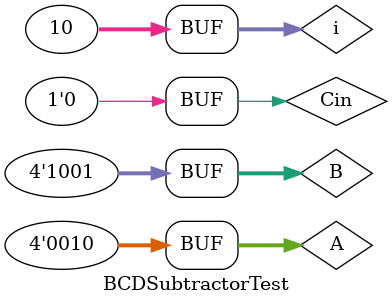
<source format=v>
`timescale 1ns / 1ps


module BCDSubtractorTest();
    reg[3:0]A,B;
    reg Cin;
    wire [3:0]Sum;
    wire SignPositive;
    integer i;
    BCDSubtractor B11(A,B,Cin,Sum,SignPositive);
    initial
    begin
       
    for (i = 1; i<10;i=i+1)begin
        A=2*i;
        B=i;
        Cin=0;
        #10;
    end
    end
    
endmodule

</source>
